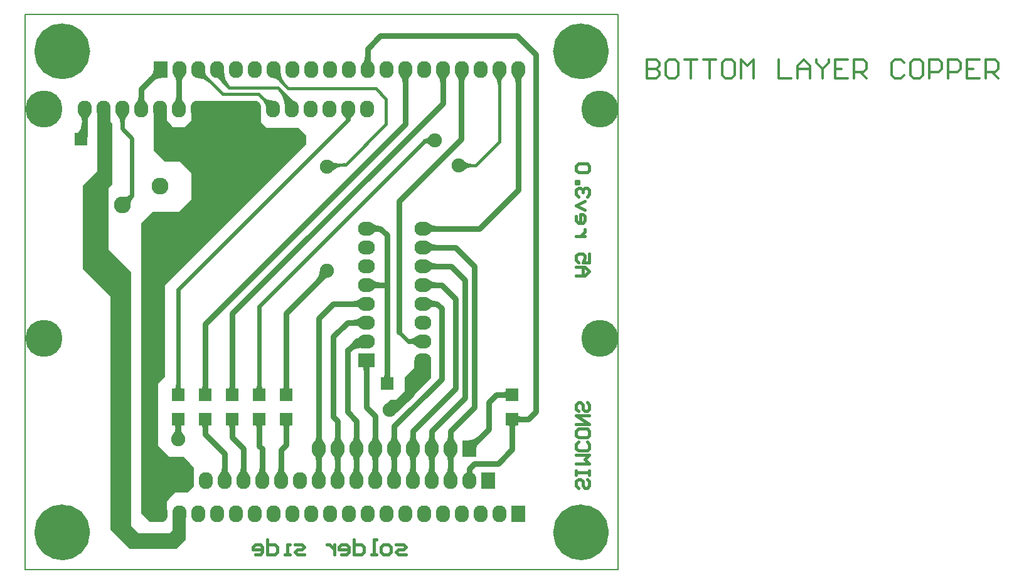
<source format=gbl>
%FSLAX25Y25*%
%MOIN*%
G70*
G01*
G75*
G04 Layer_Physical_Order=2*
G04 Layer_Color=16711680*
%ADD10C,0.03000*%
%ADD11C,0.01800*%
%ADD12C,0.02200*%
%ADD13C,0.00800*%
%ADD14C,0.01400*%
%ADD15C,0.01575*%
%ADD16C,0.19685*%
%ADD17O,0.07500X0.09000*%
%ADD18R,0.07500X0.09000*%
%ADD19C,0.09000*%
%ADD20R,0.09000X0.07500*%
%ADD21O,0.09000X0.07500*%
%ADD22C,0.07500*%
%ADD23C,0.09843*%
%ADD24R,0.06693X0.06693*%
%ADD25R,0.06693X0.06693*%
%ADD26C,0.01600*%
G36*
X439000Y632000D02*
X440000Y631000D01*
Y618500D01*
Y598500D01*
X438000Y596500D01*
Y564000D01*
X445000Y557000D01*
X448500Y553500D01*
X450000Y552000D01*
Y446500D01*
Y417000D01*
X453500Y413500D01*
X454000Y413000D01*
X470500D01*
X472000Y414500D01*
Y422500D01*
Y423133D01*
X472366Y423474D01*
X479000Y423000D01*
Y409500D01*
X476500Y407000D01*
X474000Y404500D01*
X449500D01*
X442500Y411500D01*
X439000Y415000D01*
Y433000D01*
Y539000D01*
X424500Y553500D01*
Y598000D01*
X431500Y605000D01*
X432000Y605500D01*
Y639000D01*
X439000D01*
Y632000D01*
D02*
G37*
G36*
X609500Y495500D02*
X590000Y476000D01*
X584788Y480264D01*
X584763Y480763D01*
X588000Y484000D01*
X591000D01*
X595500Y488500D01*
Y491000D01*
Y496000D01*
X600500Y501000D01*
Y505000D01*
X609500D01*
Y495500D01*
D02*
G37*
G36*
X516500Y642000D02*
X519000Y639500D01*
Y638500D01*
Y631500D01*
X520500Y630000D01*
X522000Y628500D01*
X539000D01*
X540500Y627000D01*
X543000Y624500D01*
Y620000D01*
X468000Y545000D01*
Y538000D01*
Y496000D01*
X465500Y493500D01*
X464500Y492500D01*
Y470000D01*
Y459500D01*
X470500Y453500D01*
X478000D01*
X481500Y450000D01*
X483500Y448000D01*
Y440500D01*
Y438000D01*
X480000Y434500D01*
X473500D01*
X470000Y431000D01*
X469000Y430000D01*
Y422500D01*
X465500Y419000D01*
X460000D01*
X457500Y421500D01*
X455500Y423500D01*
Y453500D01*
Y578000D01*
X459500Y582000D01*
X461500Y584000D01*
X475500D01*
X482000Y590500D01*
Y604500D01*
X476000Y610500D01*
X468000D01*
X462000Y616500D01*
Y639000D01*
X469000D01*
Y632500D01*
X471500Y630000D01*
X472500Y629000D01*
X478500D01*
X482000Y632500D01*
Y639000D01*
X485500Y642500D01*
Y643000D01*
X515500D01*
X516500Y642000D01*
D02*
G37*
D10*
X473409Y464591D02*
G03*
X475000Y468432I-3841J3841D01*
G01*
D02*
G03*
X476591Y464591I5432J0D01*
G01*
X587500Y477750D02*
G03*
X591341Y479341I0J5432D01*
G01*
X587500Y480750D02*
G03*
X596462Y484462I0J12675D01*
G01*
X554000Y550250D02*
G03*
X551866Y549366I0J-3018D01*
G01*
X549452Y546952D02*
G03*
X551750Y552500I-5548J5548D01*
G01*
X490681Y472198D02*
G03*
X489375Y469046I3152J-3152D01*
G01*
D02*
G03*
X488069Y472198I-4458J0D01*
G01*
Y487802D02*
G03*
X489375Y490954I-3152J3152D01*
G01*
D02*
G03*
X490681Y487802I4458J0D01*
G01*
X502444D02*
G03*
X503750Y490954I-3152J3152D01*
G01*
D02*
G03*
X505056Y487802I4458J0D01*
G01*
Y472198D02*
G03*
X503750Y469046I3152J-3152D01*
G01*
D02*
G03*
X502444Y472198I-4458J0D01*
G01*
X519431D02*
G03*
X518125Y469046I3152J-3152D01*
G01*
D02*
G03*
X516819Y472198I-4458J0D01*
G01*
X531194Y487802D02*
G03*
X532500Y490954I-3152J3152D01*
G01*
D02*
G03*
X533806Y487802I4458J0D01*
G01*
Y472198D02*
G03*
X532500Y469046I3152J-3152D01*
G01*
D02*
G03*
X531194Y472198I-4458J0D01*
G01*
X476306D02*
G03*
X475000Y469046I3152J-3152D01*
G01*
D02*
G03*
X473694Y472198I-4458J0D01*
G01*
X600302Y491194D02*
G03*
X598996Y488042I3152J-3152D01*
G01*
D02*
G03*
X597690Y491194I-4458J0D01*
G01*
X598996Y494347D02*
G03*
X602148Y495652I0J4458D01*
G01*
X602148Y495652D02*
G03*
X600843Y492500I3152J-3152D01*
G01*
X584698Y493806D02*
G03*
X586004Y496958I-3152J3152D01*
G01*
D02*
G03*
X587310Y493806I4458J0D01*
G01*
X444698Y453806D02*
G03*
X446004Y456958I-3152J3152D01*
G01*
D02*
G03*
X447310Y453806I4458J0D01*
G01*
Y451194D02*
G03*
X446004Y448042I3152J-3152D01*
G01*
D02*
G03*
X444698Y451194I-4458J0D01*
G01*
X460843Y452500D02*
G03*
X462148Y449348I4458J0D01*
G01*
X462148Y449348D02*
G03*
X458996Y450654I-3152J-3152D01*
G01*
X457690Y453806D02*
G03*
X458996Y456958I-3152J3152D01*
G01*
D02*
G03*
X460302Y453806I4458J0D01*
G01*
X422198Y623806D02*
G03*
X425378Y631482I-7676J7676D01*
G01*
X437802Y621194D02*
G03*
X436496Y618042I3152J-3152D01*
G01*
D02*
G03*
X435190Y621194I-4458J0D01*
G01*
X435378Y629657D02*
G03*
X437802Y623806I8275J0D01*
G01*
X457690Y463806D02*
G03*
X458996Y466958I-3152J3152D01*
G01*
D02*
G03*
X460302Y463806I4458J0D01*
G01*
Y461194D02*
G03*
X458996Y458042I3152J-3152D01*
G01*
D02*
G03*
X457690Y461194I-4458J0D01*
G01*
X444698Y463806D02*
G03*
X446004Y466958I-3152J3152D01*
G01*
D02*
G03*
X447310Y463806I4458J0D01*
G01*
Y461194D02*
G03*
X446004Y458042I3152J-3152D01*
G01*
D02*
G03*
X444698Y461194I-4458J0D01*
G01*
X651194Y485190D02*
G03*
X648042Y486496I-3152J-3152D01*
G01*
D02*
G03*
X651194Y487802I0J4458D01*
G01*
X653806Y474810D02*
G03*
X656958Y473504I3152J3152D01*
G01*
D02*
G03*
X653806Y472198I0J-4458D01*
G01*
D02*
G03*
X652500Y469046I3152J-3152D01*
G01*
D02*
G03*
X651194Y472198I-4458J0D01*
G01*
X657182Y657108D02*
G03*
X655591Y653267I3841J-3841D01*
G01*
D02*
G03*
X654000Y657108I-5432J0D01*
G01*
X627182D02*
G03*
X625500Y653048I4060J-4060D01*
G01*
Y653486D02*
G03*
X624000Y657108I-5122J0D01*
G01*
X617182D02*
G03*
X615591Y653267I3841J-3841D01*
G01*
D02*
G03*
X614000Y657108I-5432J0D01*
G01*
X597182D02*
G03*
X595591Y653267I3841J-3841D01*
G01*
D02*
G03*
X594000Y657108I-5432J0D01*
G01*
X574000Y661790D02*
G03*
X575591Y665631I-3841J3841D01*
G01*
D02*
G03*
X577182Y661790I5432J0D01*
G01*
X477182Y657108D02*
G03*
X475378Y652753I4355J-4355D01*
G01*
Y653781D02*
G03*
X474000Y657108I-4705J0D01*
G01*
X465591Y656449D02*
G03*
X460469Y654327I0J-7243D01*
G01*
X462280Y656138D02*
G03*
X463341Y658699I-2561J2561D01*
G01*
X478094Y439354D02*
G03*
X474253Y440945I-3841J-3841D01*
G01*
D02*
G03*
X478094Y442536I0J5432D01*
G01*
X498094Y443286D02*
G03*
X499685Y447127I-3841J3841D01*
G01*
D02*
G03*
X501276Y443286I5432J0D01*
G01*
X508094D02*
G03*
X509685Y447127I-3841J3841D01*
G01*
D02*
G03*
X511276Y443286I5432J0D01*
G01*
X518094D02*
G03*
X519685Y447127I-3841J3841D01*
G01*
D02*
G03*
X521276Y443286I5432J0D01*
G01*
X528094D02*
G03*
X529685Y447127I-3841J3841D01*
G01*
D02*
G03*
X531276Y443286I5432J0D01*
G01*
X548094D02*
G03*
X549685Y447127I-3841J3841D01*
G01*
D02*
G03*
X551276Y443286I5432J0D01*
G01*
X558094D02*
G03*
X559685Y447127I-3841J3841D01*
G01*
D02*
G03*
X561276Y443286I5432J0D01*
G01*
X568094D02*
G03*
X569685Y447127I-3841J3841D01*
G01*
D02*
G03*
X571276Y443286I5432J0D01*
G01*
X578094D02*
G03*
X579685Y447127I-3841J3841D01*
G01*
D02*
G03*
X581276Y443286I5432J0D01*
G01*
X588094D02*
G03*
X589685Y447127I-3841J3841D01*
G01*
D02*
G03*
X591276Y443286I5432J0D01*
G01*
X598094D02*
G03*
X599685Y447127I-3841J3841D01*
G01*
D02*
G03*
X601276Y443286I5432J0D01*
G01*
X608094D02*
G03*
X609685Y447127I-3841J3841D01*
G01*
D02*
G03*
X611276Y443286I5432J0D01*
G01*
X618094D02*
G03*
X619685Y447127I-3841J3841D01*
G01*
D02*
G03*
X621276Y443286I5432J0D01*
G01*
X464000Y425569D02*
G03*
X465591Y429410I-3841J3841D01*
G01*
D02*
G03*
X467182Y425569I5432J0D01*
G01*
X477182Y420887D02*
G03*
X475591Y417046I3841J-3841D01*
G01*
D02*
G03*
X474000Y420887I-5432J0D01*
G01*
X621391Y455559D02*
G03*
X619685Y451440I4119J-4119D01*
G01*
Y451996D02*
G03*
X618209Y455559I-5039J0D01*
G01*
Y460241D02*
G03*
X619800Y464082I-3841J3841D01*
G01*
D02*
G03*
X621391Y460241I5432J0D01*
G01*
X548209D02*
G03*
X549800Y464082I-3841J3841D01*
G01*
D02*
G03*
X551391Y460241I5432J0D01*
G01*
Y455559D02*
G03*
X549685Y451440I4119J-4119D01*
G01*
Y451996D02*
G03*
X548209Y455559I-5039J0D01*
G01*
X561391D02*
G03*
X559685Y451440I4119J-4119D01*
G01*
Y451996D02*
G03*
X558209Y455559I-5039J0D01*
G01*
Y460241D02*
G03*
X559800Y464082I-3841J3841D01*
G01*
D02*
G03*
X561391Y460241I5432J0D01*
G01*
X571391Y455559D02*
G03*
X569685Y451440I4119J-4119D01*
G01*
Y451996D02*
G03*
X568209Y455559I-5039J0D01*
G01*
Y460241D02*
G03*
X569800Y464082I-3841J3841D01*
G01*
D02*
G03*
X571391Y460241I5432J0D01*
G01*
X581391Y455559D02*
G03*
X579685Y451440I4119J-4119D01*
G01*
Y451996D02*
G03*
X578209Y455559I-5039J0D01*
G01*
Y460241D02*
G03*
X579800Y464082I-3841J3841D01*
G01*
D02*
G03*
X581391Y460241I5432J0D01*
G01*
X591391Y455559D02*
G03*
X589685Y451440I4119J-4119D01*
G01*
Y451996D02*
G03*
X588209Y455559I-5039J0D01*
G01*
Y460241D02*
G03*
X589800Y464082I-3841J3841D01*
G01*
D02*
G03*
X591391Y460241I5432J0D01*
G01*
X601391Y455559D02*
G03*
X599685Y451440I4119J-4119D01*
G01*
Y451996D02*
G03*
X598209Y455559I-5039J0D01*
G01*
Y460241D02*
G03*
X599800Y464082I-3841J3841D01*
G01*
D02*
G03*
X601391Y460241I5432J0D01*
G01*
X611391Y455559D02*
G03*
X609685Y451440I4119J-4119D01*
G01*
Y451996D02*
G03*
X608209Y455559I-5039J0D01*
G01*
Y460241D02*
G03*
X609800Y464082I-3841J3841D01*
G01*
D02*
G03*
X611391Y460241I5432J0D01*
G01*
X629800Y460900D02*
G03*
X634921Y463021I0J7243D01*
G01*
X633111Y461211D02*
G03*
X632050Y458650I2561J-2561D01*
G01*
X436969Y636206D02*
G03*
X435378Y632365I3841J-3841D01*
G01*
D02*
G03*
X433787Y636206I-5432J0D01*
G01*
X453787Y640888D02*
G03*
X455378Y644729I-3841J3841D01*
G01*
D02*
G03*
X456969Y640888I5432J0D01*
G01*
X473787D02*
G03*
X475378Y644729I-3841J3841D01*
G01*
D02*
G03*
X476969Y640888I5432J0D01*
G01*
X426969Y636206D02*
G03*
X425378Y632365I3841J-3841D01*
G01*
D02*
G03*
X423787Y636206I-5432J0D01*
G01*
X465500Y574900D02*
G03*
X461232Y573132I0J-6036D01*
G01*
X461232Y573132D02*
G03*
X463000Y577400I-4268J4268D01*
G01*
X607341Y576591D02*
G03*
X611182Y575000I3841J3841D01*
G01*
D02*
G03*
X607341Y573409I0J-5432D01*
G01*
Y566591D02*
G03*
X611182Y565000I3841J3841D01*
G01*
D02*
G03*
X607341Y563409I0J-5432D01*
G01*
Y556591D02*
G03*
X611182Y555000I3841J3841D01*
G01*
D02*
G03*
X607341Y553409I0J-5432D01*
G01*
Y546591D02*
G03*
X611182Y545000I3841J3841D01*
G01*
D02*
G03*
X607341Y543409I0J-5432D01*
G01*
Y536591D02*
G03*
X611182Y535000I3841J3841D01*
G01*
D02*
G03*
X607341Y533409I0J-5432D01*
G01*
X606591Y503409D02*
G03*
X605000Y499568I3841J-3841D01*
G01*
D02*
G03*
X603409Y503409I-5432J0D01*
G01*
X577341Y576591D02*
G03*
X581182Y575000I3841J3841D01*
G01*
D02*
G03*
X577341Y573409I0J-5432D01*
G01*
Y546591D02*
G03*
X581182Y545000I3841J3841D01*
G01*
D02*
G03*
X577341Y543409I0J-5432D01*
G01*
X572659Y533409D02*
G03*
X568818Y535000I-3841J-3841D01*
G01*
D02*
G03*
X572659Y536591I0J5432D01*
G01*
Y523409D02*
G03*
X568818Y525000I-3841J-3841D01*
G01*
D02*
G03*
X572659Y526591I0J5432D01*
G01*
X574381Y515738D02*
G03*
X569067Y514068I-1055J-5930D01*
G01*
X573856Y512785D02*
G03*
X565000Y510000I-1758J-9882D01*
G01*
X572389Y513735D02*
G03*
X570000Y515000I-2389J-1624D01*
G01*
D02*
G03*
X572389Y516265I0J2888D01*
G01*
X576591Y503409D02*
G03*
X575000Y499568I3841J-3841D01*
G01*
D02*
G03*
X573409Y503409I-5432J0D01*
G01*
X625500Y622500D02*
Y659358D01*
X592500Y589500D02*
X625500Y622500D01*
X592500Y520000D02*
Y589500D01*
X582500Y677500D02*
X655000D01*
X575591Y670591D02*
X582500Y677500D01*
X655000D02*
X665000Y667500D01*
X625500Y659358D02*
X625591Y659449D01*
X655591Y595591D02*
Y659449D01*
X635000Y575000D02*
X655591Y595591D01*
X595591Y630591D02*
Y659449D01*
X489375Y524375D02*
X595591Y630591D01*
X489375Y486496D02*
Y524375D01*
X615591Y641591D02*
Y659449D01*
X503750Y529750D02*
X615591Y641591D01*
X503750Y486496D02*
Y529750D01*
X554000Y551500D02*
Y552500D01*
X532500Y530000D02*
X554000Y551500D01*
X532500Y486496D02*
Y530000D01*
X436496Y562504D02*
Y622500D01*
Y562504D02*
X446004Y552996D01*
Y462500D02*
Y552996D01*
Y452500D02*
Y462500D01*
X458996Y570896D02*
X465500Y577400D01*
X587500Y478500D02*
X590500D01*
X598996Y486996D02*
Y492500D01*
X590500Y478500D02*
X598996Y486996D01*
X475000Y463000D02*
Y473504D01*
X435378Y623618D02*
Y638547D01*
Y623618D02*
X436496Y622500D01*
X425378Y624374D02*
Y638547D01*
X423504Y622500D02*
X425378Y624374D01*
X532500Y460000D02*
Y473504D01*
X529685Y457185D02*
X532500Y460000D01*
X549800Y457900D02*
Y527300D01*
X557500Y475000D02*
Y517500D01*
Y475000D02*
X559800Y472700D01*
Y457900D02*
Y472700D01*
X549800Y527300D02*
X557500Y535000D01*
X475378Y659236D02*
X475591Y659449D01*
X475378Y638547D02*
Y659236D01*
X455378Y649236D02*
X465591Y659449D01*
X455378Y638547D02*
Y649236D01*
X652500Y473504D02*
X661004D01*
X665000Y477500D01*
Y667500D01*
X575591Y659449D02*
Y670591D01*
X586004Y492500D02*
Y545000D01*
X605000Y575000D02*
X635000D01*
X565000Y525000D02*
X575000D01*
X557500Y517500D02*
X565000Y525000D01*
X570000Y515000D02*
X575000D01*
X565000Y510000D02*
X570000Y515000D01*
X565000Y477500D02*
Y510000D01*
X643996Y486496D02*
X652500D01*
X640000Y482500D02*
X643996Y486496D01*
X640000Y468100D02*
Y482500D01*
X629800Y457900D02*
X640000Y468100D01*
X586004Y545000D02*
Y571496D01*
X575000Y545000D02*
X586004D01*
X575000Y575000D02*
X582500D01*
X586004Y571496D01*
X605000Y498504D02*
Y505000D01*
X598996Y492500D02*
X605000Y498504D01*
X557500Y535000D02*
X575000D01*
X565000Y477500D02*
X569800Y472700D01*
Y457900D02*
Y472700D01*
X575000Y480000D02*
Y505000D01*
Y480000D02*
X579800Y475200D01*
Y457900D02*
Y475200D01*
X605000Y535000D02*
X612500D01*
X615000Y532500D01*
Y495000D02*
Y532500D01*
X589800Y469800D02*
X615000Y495000D01*
Y545000D02*
X622500Y537500D01*
Y490000D02*
Y537500D01*
X599800Y467300D02*
X622500Y490000D01*
X605000Y545000D02*
X615000D01*
X599800Y457900D02*
Y467300D01*
X627500Y485000D02*
Y547500D01*
X620000Y555000D02*
X627500Y547500D01*
X605000Y555000D02*
X620000D01*
X609800Y467300D02*
X627500Y485000D01*
X622500Y565000D02*
X632500Y555000D01*
Y480000D02*
Y555000D01*
X619800Y467300D02*
X632500Y480000D01*
X589800Y457900D02*
Y469800D01*
X609800Y457900D02*
Y467300D01*
X605000Y565000D02*
X622500D01*
X619800Y457900D02*
Y467300D01*
X619685Y457785D02*
X619800Y457900D01*
X619685Y440945D02*
Y457785D01*
X609685D02*
X609800Y457900D01*
X609685Y440945D02*
Y457785D01*
X599685D02*
X599800Y457900D01*
X599685Y440945D02*
Y457785D01*
X589685Y440945D02*
Y457785D01*
X579685Y440945D02*
Y457785D01*
X569685D02*
X569800Y457900D01*
X569685Y440945D02*
Y457785D01*
X559685Y440945D02*
Y457785D01*
X549685D02*
X549800Y457900D01*
X549685Y440945D02*
Y457785D01*
X499685Y440945D02*
Y455315D01*
X489375Y465625D02*
X499685Y455315D01*
X489375Y465625D02*
Y473504D01*
X509685Y440945D02*
Y457815D01*
X503750Y463750D02*
X509685Y457815D01*
X503750Y463750D02*
Y473504D01*
X519685Y440945D02*
Y457815D01*
X518125Y459375D02*
X519685Y457815D01*
X518125Y459375D02*
Y473504D01*
X529685Y440945D02*
Y457185D01*
X446004Y413996D02*
Y452500D01*
Y413996D02*
X450000Y410000D01*
X472500D01*
X475591Y413091D01*
Y423228D01*
X458996Y452500D02*
Y462500D01*
Y452500D02*
X465591Y445906D01*
X470945Y440945D02*
X479685D01*
X465591Y423228D02*
Y435591D01*
X645000Y450000D02*
X652500Y457500D01*
Y473504D01*
X465591Y435591D02*
X470945Y440945D01*
X465591Y435591D02*
Y445906D01*
X629685Y440945D02*
Y447185D01*
X632500Y450000D01*
X645000D01*
X458996Y462500D02*
Y570896D01*
D11*
X556015Y610015D02*
G03*
X558466Y609000I2451J2451D01*
G01*
X558949D02*
G03*
X554742Y607258I0J-5949D01*
G01*
X563295Y609000D02*
G03*
X556015Y605985I0J-10295D01*
G01*
X626015Y610515D02*
G03*
X630880Y608500I4865J4865D01*
G01*
D02*
G03*
X626015Y606485I0J-6881D01*
G01*
X647606Y656684D02*
G03*
X645591Y651818I4865J-4865D01*
G01*
D02*
G03*
X643576Y656684I-6881J0D01*
G01*
X526641Y658699D02*
G03*
X528295Y654705I5648J0D01*
G01*
X528441Y658699D02*
G03*
X531368Y651632I9994J0D01*
G01*
X528255Y654745D02*
G03*
X525591Y655849I-2664J-2664D01*
G01*
X496641Y658691D02*
G03*
X498957Y653043I7909J-56D01*
G01*
X498441Y658679D02*
G03*
X502000Y650000I12151J-86D01*
G01*
X488441Y658699D02*
G03*
X489926Y655114I5070J0D01*
G01*
X488664Y656376D02*
G03*
X485591Y657649I-3073J-3073D01*
G01*
X491736Y653303D02*
G03*
X485591Y655849I-6146J-6146D01*
G01*
X536128Y639297D02*
G03*
X534372Y643537I-5996J0D01*
G01*
X534328Y639297D02*
G03*
X531299Y646610I-10342J0D01*
G01*
X532528Y639297D02*
G03*
X528226Y649683I-14687J0D01*
G01*
X522528Y639297D02*
G03*
X521043Y642882I-5070J0D01*
G01*
X522305Y641620D02*
G03*
X525378Y640347I3073J3073D01*
G01*
X519232Y644693D02*
G03*
X525378Y642147I6146J6146D01*
G01*
X553500Y609000D02*
X564000D01*
X645591Y621091D02*
Y659449D01*
X633000Y608500D02*
X645591Y621091D01*
X624000Y608500D02*
X633000D01*
X585500Y630500D02*
Y644000D01*
X564000Y609000D02*
X585500Y630500D01*
X580000Y649500D02*
X585500Y644000D01*
X533500Y649500D02*
X580000D01*
X527909Y650000D02*
X535378Y642531D01*
Y638547D02*
Y642531D01*
X525591Y657409D02*
Y659449D01*
Y657409D02*
X533500Y649500D01*
X502000Y650000D02*
X527909D01*
X485591Y659449D02*
X498640Y646400D01*
X517525D01*
X525378Y638547D01*
X495591Y656409D02*
X502000Y650000D01*
X495591Y656409D02*
Y659449D01*
D12*
X609626Y620126D02*
G03*
X606309Y621500I-3317J-3317D01*
G01*
X606000D02*
G03*
X609214Y623341I0J3726D01*
G01*
X516537Y488085D02*
G03*
X518125Y491919I-3835J3835D01*
G01*
D02*
G03*
X519713Y488085I5423J0D01*
G01*
X473412D02*
G03*
X475000Y491919I-3835J3835D01*
G01*
D02*
G03*
X476588Y488085I5423J0D01*
G01*
X447252Y635923D02*
G03*
X445378Y631399I4524J-4524D01*
G01*
D02*
G03*
X443504Y635923I-6398J0D01*
G01*
X566836Y635584D02*
G03*
X565378Y632878I1783J-2706D01*
G01*
D02*
G03*
X563920Y635584I-3240J0D01*
G01*
X445500Y590300D02*
G03*
X450451Y592351I0J7001D01*
G01*
D02*
G03*
X448400Y587400I4951J-4951D01*
G01*
X602376Y513126D02*
G03*
X597852Y515000I-4524J-4524D01*
G01*
D02*
G03*
X602376Y516874I0J6398D01*
G01*
X611000Y621500D02*
X611500Y622000D01*
X606000Y621500D02*
X611000D01*
X518125Y533625D02*
X606000Y621500D01*
X518125Y486496D02*
Y533625D01*
X445378Y628122D02*
Y638547D01*
Y628122D02*
X450500Y623000D01*
Y592400D02*
Y623000D01*
X445500Y587400D02*
X450500Y592400D01*
X565378Y632878D02*
Y638547D01*
X475000Y542500D02*
X565378Y632878D01*
X475000Y486496D02*
Y542500D01*
X597500Y515000D02*
X605000D01*
X592500Y520000D02*
X597500Y515000D01*
D13*
X393701Y393701D02*
Y688976D01*
X708661D01*
Y393701D02*
Y688976D01*
X393701Y393701D02*
X708661D01*
D14*
X724000Y664897D02*
Y654900D01*
X728998D01*
X730664Y656566D01*
Y658232D01*
X728998Y659898D01*
X724000D01*
X728998D01*
X730664Y661564D01*
Y663231D01*
X728998Y664897D01*
X724000D01*
X738995D02*
X735663D01*
X733997Y663231D01*
Y656566D01*
X735663Y654900D01*
X738995D01*
X740661Y656566D01*
Y663231D01*
X738995Y664897D01*
X743994D02*
X750658D01*
X747326D01*
Y654900D01*
X753990Y664897D02*
X760655D01*
X757323D01*
Y654900D01*
X768986Y664897D02*
X765653D01*
X763987Y663231D01*
Y656566D01*
X765653Y654900D01*
X768986D01*
X770652Y656566D01*
Y663231D01*
X768986Y664897D01*
X773984Y654900D02*
Y664897D01*
X777316Y661564D01*
X780648Y664897D01*
Y654900D01*
X793977Y664897D02*
Y654900D01*
X800642D01*
X803974D02*
Y661564D01*
X807306Y664897D01*
X810639Y661564D01*
Y654900D01*
Y659898D01*
X803974D01*
X813971Y664897D02*
Y663231D01*
X817303Y659898D01*
X820635Y663231D01*
Y664897D01*
X817303Y659898D02*
Y654900D01*
X830632Y664897D02*
X823968D01*
Y654900D01*
X830632D01*
X823968Y659898D02*
X827300D01*
X833965Y654900D02*
Y664897D01*
X838963D01*
X840629Y663231D01*
Y659898D01*
X838963Y658232D01*
X833965D01*
X837297D02*
X840629Y654900D01*
X860623Y663231D02*
X858956Y664897D01*
X855624D01*
X853958Y663231D01*
Y656566D01*
X855624Y654900D01*
X858956D01*
X860623Y656566D01*
X868953Y664897D02*
X865621D01*
X863955Y663231D01*
Y656566D01*
X865621Y654900D01*
X868953D01*
X870619Y656566D01*
Y663231D01*
X868953Y664897D01*
X873952Y654900D02*
Y664897D01*
X878950D01*
X880616Y663231D01*
Y659898D01*
X878950Y658232D01*
X873952D01*
X883948Y654900D02*
Y664897D01*
X888947D01*
X890613Y663231D01*
Y659898D01*
X888947Y658232D01*
X883948D01*
X900610Y664897D02*
X893945D01*
Y654900D01*
X900610D01*
X893945Y659898D02*
X897277D01*
X903942Y654900D02*
Y664897D01*
X908940D01*
X910606Y663231D01*
Y659898D01*
X908940Y658232D01*
X903942D01*
X907274D02*
X910606Y654900D01*
D15*
X595925Y401575D02*
X591990D01*
X590677Y402887D01*
X591990Y404199D01*
X594613D01*
X595925Y405511D01*
X594613Y406822D01*
X590677D01*
X586742Y401575D02*
X584118D01*
X582806Y402887D01*
Y405511D01*
X584118Y406822D01*
X586742D01*
X588054Y405511D01*
Y402887D01*
X586742Y401575D01*
X580182D02*
X577558D01*
X578870D01*
Y409446D01*
X580182D01*
X568375D02*
Y401575D01*
X572311D01*
X573623Y402887D01*
Y405511D01*
X572311Y406822D01*
X568375D01*
X561815Y401575D02*
X564439D01*
X565751Y402887D01*
Y405511D01*
X564439Y406822D01*
X561815D01*
X560503Y405511D01*
Y404199D01*
X565751D01*
X557880Y406822D02*
Y401575D01*
Y404199D01*
X556568Y405511D01*
X555256Y406822D01*
X553944D01*
X542137Y401575D02*
X538201D01*
X536889Y402887D01*
X538201Y404199D01*
X540825D01*
X542137Y405511D01*
X540825Y406822D01*
X536889D01*
X534265Y401575D02*
X531641D01*
X532953D01*
Y406822D01*
X534265D01*
X522458Y409446D02*
Y401575D01*
X526394D01*
X527706Y402887D01*
Y405511D01*
X526394Y406822D01*
X522458D01*
X515899Y401575D02*
X518522D01*
X519834Y402887D01*
Y405511D01*
X518522Y406822D01*
X515899D01*
X514587Y405511D01*
Y404199D01*
X519834D01*
D16*
X699000Y516500D02*
D03*
X403724D02*
D03*
X699000Y638547D02*
D03*
X403724D02*
D03*
X413386Y669291D02*
D03*
X688976D02*
D03*
Y413386D02*
D03*
X413386D02*
D03*
D17*
X565378Y638547D02*
D03*
X425378D02*
D03*
X485378D02*
D03*
X495378D02*
D03*
X505378D02*
D03*
X515378D02*
D03*
X525378D02*
D03*
X535378D02*
D03*
X545378D02*
D03*
X555378D02*
D03*
X475378D02*
D03*
X445378D02*
D03*
X575378D02*
D03*
X455378D02*
D03*
X465378D02*
D03*
X435378D02*
D03*
X645591Y423228D02*
D03*
X635591D02*
D03*
X625591D02*
D03*
X615591D02*
D03*
X605591D02*
D03*
X595591D02*
D03*
X585591D02*
D03*
X575591D02*
D03*
X565591D02*
D03*
X555591D02*
D03*
X545591D02*
D03*
X535591D02*
D03*
X525591D02*
D03*
X515591D02*
D03*
X505591D02*
D03*
X495591D02*
D03*
X485591D02*
D03*
X475591D02*
D03*
X465591D02*
D03*
X609800Y457900D02*
D03*
X599800D02*
D03*
X589800D02*
D03*
X579800D02*
D03*
X569800D02*
D03*
X559800D02*
D03*
X549800D02*
D03*
X619800D02*
D03*
X475591Y659449D02*
D03*
X485591D02*
D03*
X495591D02*
D03*
X505591D02*
D03*
X515591D02*
D03*
X525591D02*
D03*
X535591D02*
D03*
X545591D02*
D03*
X555591D02*
D03*
X565591D02*
D03*
X575591D02*
D03*
X585591D02*
D03*
X595591D02*
D03*
X605591D02*
D03*
X615591D02*
D03*
X625591D02*
D03*
X635591D02*
D03*
X645591D02*
D03*
X655591D02*
D03*
X629685Y440945D02*
D03*
X619685D02*
D03*
X609685D02*
D03*
X599685D02*
D03*
X589685D02*
D03*
X579685D02*
D03*
X569685D02*
D03*
X559685D02*
D03*
X549685D02*
D03*
X539685D02*
D03*
X529685D02*
D03*
X519685D02*
D03*
X509685D02*
D03*
X499685D02*
D03*
X489685D02*
D03*
X479685D02*
D03*
D18*
X655591Y423228D02*
D03*
X629800Y457900D02*
D03*
X465591Y659449D02*
D03*
X639685Y440945D02*
D03*
D19*
X465500Y577400D02*
D03*
Y597400D02*
D03*
X445500Y587400D02*
D03*
D20*
X575000Y505000D02*
D03*
D21*
Y515000D02*
D03*
Y525000D02*
D03*
Y535000D02*
D03*
Y545000D02*
D03*
Y555000D02*
D03*
Y565000D02*
D03*
Y575000D02*
D03*
X605000Y505000D02*
D03*
Y515000D02*
D03*
Y525000D02*
D03*
Y535000D02*
D03*
Y545000D02*
D03*
Y555000D02*
D03*
Y565000D02*
D03*
Y575000D02*
D03*
D22*
X502000Y594000D02*
D03*
X482000Y573500D02*
D03*
X462000Y545500D02*
D03*
Y514000D02*
D03*
X611500Y622000D02*
D03*
X624000Y608500D02*
D03*
X554000Y552500D02*
D03*
X587500Y478500D02*
D03*
X475000Y463000D02*
D03*
X554000Y608000D02*
D03*
D23*
X423228Y669291D02*
G03*
X423228Y669291I-9843J0D01*
G01*
X698819Y669291D02*
G03*
X698819Y669291I-9843J0D01*
G01*
X698819Y413386D02*
G03*
X698819Y413386I-9843J0D01*
G01*
X423228D02*
G03*
X423228Y413386I-9843J0D01*
G01*
D24*
X586004Y492500D02*
D03*
X598996D02*
D03*
X446004Y462500D02*
D03*
X458996D02*
D03*
X436496Y622500D02*
D03*
X423504D02*
D03*
X458996Y452500D02*
D03*
X446004D02*
D03*
D25*
X652500Y473504D02*
D03*
Y486496D02*
D03*
X475000D02*
D03*
Y473504D02*
D03*
X532500D02*
D03*
Y486496D02*
D03*
X518125D02*
D03*
Y473504D02*
D03*
X503750D02*
D03*
Y486496D02*
D03*
X489375D02*
D03*
Y473504D02*
D03*
D26*
X686500Y550000D02*
X691165D01*
X693498Y552333D01*
X691165Y554665D01*
X686500D01*
X689999D01*
Y550000D01*
X693498Y561663D02*
Y556998D01*
X689999D01*
X691165Y559330D01*
Y560497D01*
X689999Y561663D01*
X687666D01*
X686500Y560497D01*
Y558164D01*
X687666Y556998D01*
X691165Y570993D02*
X686500D01*
X688833D01*
X689999Y572159D01*
X691165Y573326D01*
Y574492D01*
X686500Y581490D02*
Y579157D01*
X687666Y577991D01*
X689999D01*
X691165Y579157D01*
Y581490D01*
X689999Y582656D01*
X688833D01*
Y577991D01*
X691165Y584989D02*
X686500Y587321D01*
X691165Y589654D01*
X692332Y591986D02*
X693498Y593153D01*
Y595485D01*
X692332Y596652D01*
X691165D01*
X689999Y595485D01*
Y594319D01*
Y595485D01*
X688833Y596652D01*
X687666D01*
X686500Y595485D01*
Y593153D01*
X687666Y591986D01*
X686500Y598984D02*
X687666D01*
Y600150D01*
X686500D01*
Y598984D01*
X692332Y604816D02*
X693498Y605982D01*
Y608315D01*
X692332Y609481D01*
X687666D01*
X686500Y608315D01*
Y605982D01*
X687666Y604816D01*
X692332D01*
Y441665D02*
X693498Y440499D01*
Y438166D01*
X692332Y437000D01*
X691165D01*
X689999Y438166D01*
Y440499D01*
X688833Y441665D01*
X687666D01*
X686500Y440499D01*
Y438166D01*
X687666Y437000D01*
X693498Y443998D02*
Y446330D01*
Y445164D01*
X686500D01*
Y443998D01*
Y446330D01*
Y449829D02*
X693498D01*
X691165Y452162D01*
X693498Y454494D01*
X686500D01*
X692332Y461492D02*
X693498Y460326D01*
Y457993D01*
X692332Y456827D01*
X687666D01*
X686500Y457993D01*
Y460326D01*
X687666Y461492D01*
X693498Y467323D02*
Y464991D01*
X692332Y463825D01*
X687666D01*
X686500Y464991D01*
Y467323D01*
X687666Y468490D01*
X692332D01*
X693498Y467323D01*
X686500Y470822D02*
X693498D01*
X686500Y475488D01*
X693498D01*
X692332Y482485D02*
X693498Y481319D01*
Y478986D01*
X692332Y477820D01*
X691165D01*
X689999Y478986D01*
Y481319D01*
X688833Y482485D01*
X687666D01*
X686500Y481319D01*
Y478986D01*
X687666Y477820D01*
M02*

</source>
